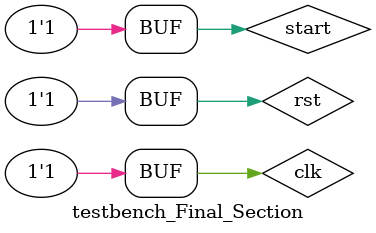
<source format=v>
`timescale 1ns/100ps
module testbench_Final_Section();
	reg start;
	reg clk;
	reg rst;
	wire finish;
	
	osequencer DUT_osequencer(start, clk, rst, finish);
	always begin
			clk = 1'b0;
			#10;
			clk = 1'b1;
			#10;
	end

	initial begin
		rst = 1'b1;
		start = 1'b0;
		#10;
		start = 1'b1;
		#10;
		
	end
endmodule
</source>
